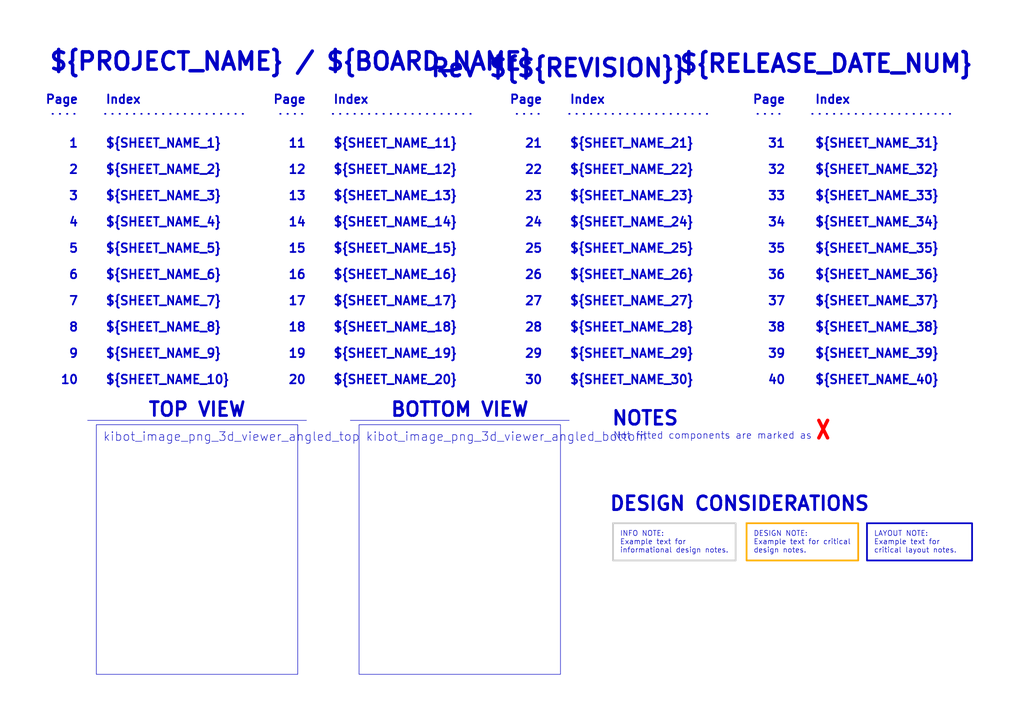
<source format=kicad_sch>
(kicad_sch
	(version 20250114)
	(generator "eeschema")
	(generator_version "9.0")
	(uuid "92eae144-0071-464d-be6a-9eaeb5f8d098")
	(paper "A4")
	(title_block
		(title "Detector")
		(date "2024-12-03")
		(rev "${REVISION}")
		(company "${COMPANY}")
	)
	(lib_symbols)
	(text "36"
		(exclude_from_sim no)
		(at 227.965 81.28 0)
		(effects
			(font
				(size 2.5 2.5)
				(thickness 0.5)
				(bold yes)
			)
			(justify right bottom)
			(href "#36")
		)
		(uuid "05b98188-f937-4815-b67a-07dd8a47c69c")
	)
	(text "22"
		(exclude_from_sim no)
		(at 157.48 50.8 0)
		(effects
			(font
				(size 2.5 2.5)
				(thickness 0.5)
				(bold yes)
			)
			(justify right bottom)
			(href "#22")
		)
		(uuid "0926137a-b870-4b90-95df-c171331e94c4")
	)
	(text "${SHEET_NAME_26}"
		(exclude_from_sim no)
		(at 165.1 81.28 0)
		(effects
			(font
				(size 2.5 2.5)
				(thickness 0.5)
				(bold yes)
			)
			(justify left bottom)
			(href "#26")
		)
		(uuid "0a0b6c0b-2c0e-43d9-ac65-031d96599072")
	)
	(text "${SHEET_NAME_6}"
		(exclude_from_sim no)
		(at 30.48 81.28 0)
		(effects
			(font
				(size 2.5 2.5)
				(thickness 0.5)
				(bold yes)
			)
			(justify left bottom)
			(href "#6")
		)
		(uuid "0a5d7078-594b-4f11-b451-398d2db46765")
	)
	(text "9"
		(exclude_from_sim no)
		(at 22.86 104.14 0)
		(effects
			(font
				(size 2.5 2.5)
				(thickness 0.5)
				(bold yes)
			)
			(justify right bottom)
			(href "#9")
		)
		(uuid "0d31bf66-283d-49de-a89d-06a8ae467b7e")
	)
	(text "1"
		(exclude_from_sim no)
		(at 22.86 43.18 0)
		(effects
			(font
				(size 2.5 2.5)
				(thickness 0.5)
				(bold yes)
			)
			(justify right bottom)
			(href "#1")
		)
		(uuid "0e3b5994-006e-4286-b18b-2cbdb628e3a4")
	)
	(text "12"
		(exclude_from_sim no)
		(at 88.9 50.8 0)
		(effects
			(font
				(size 2.5 2.5)
				(thickness 0.5)
				(bold yes)
			)
			(justify right bottom)
			(href "#12")
		)
		(uuid "0e585098-86bc-4beb-ad75-43ad5df39311")
	)
	(text "${SHEET_NAME_22}"
		(exclude_from_sim no)
		(at 165.1 50.8 0)
		(effects
			(font
				(size 2.5 2.5)
				(thickness 0.5)
				(bold yes)
			)
			(justify left bottom)
			(href "#22")
		)
		(uuid "0e88c3e7-fb44-4025-8dd3-02d10b19d0ba")
	)
	(text "Page"
		(exclude_from_sim no)
		(at 88.9 30.48 0)
		(effects
			(font
				(size 2.5 2.5)
				(bold yes)
			)
			(justify right bottom)
		)
		(uuid "1077e21f-467c-4f1d-b30f-d99abb718274")
	)
	(text "Index"
		(exclude_from_sim no)
		(at 30.48 30.48 0)
		(effects
			(font
				(size 2.5 2.5)
				(bold yes)
			)
			(justify left bottom)
		)
		(uuid "10da5a79-94c3-4028-802c-e08fd1edcc1e")
	)
	(text "${SHEET_NAME_30}"
		(exclude_from_sim no)
		(at 165.1 111.76 0)
		(effects
			(font
				(size 2.5 2.5)
				(thickness 0.5)
				(bold yes)
			)
			(justify left bottom)
			(href "#30")
		)
		(uuid "15c5b8d3-1013-4fe5-9c00-d4c582f23ed1")
	)
	(text "TOP VIEW"
		(exclude_from_sim no)
		(at 57.15 121.285 0)
		(effects
			(font
				(size 4 4)
				(bold yes)
			)
			(justify bottom)
		)
		(uuid "189d824c-40c3-43b4-bf06-14b4ec41569d")
	)
	(text "${SHEET_NAME_8}"
		(exclude_from_sim no)
		(at 30.48 96.52 0)
		(effects
			(font
				(size 2.5 2.5)
				(thickness 0.5)
				(bold yes)
			)
			(justify left bottom)
			(href "#8")
		)
		(uuid "1e076fe5-7997-4119-9ea6-7d26baee8d3b")
	)
	(text "Page"
		(exclude_from_sim no)
		(at 157.48 30.48 0)
		(effects
			(font
				(size 2.5 2.5)
				(bold yes)
			)
			(justify right bottom)
		)
		(uuid "266d52b4-48fc-4272-a116-7bb126014b57")
	)
	(text "Page"
		(exclude_from_sim no)
		(at 227.965 30.48 0)
		(effects
			(font
				(size 2.5 2.5)
				(bold yes)
			)
			(justify right bottom)
		)
		(uuid "28d059d5-8e06-4dfb-97b9-e6007fd46dd1")
	)
	(text "5"
		(exclude_from_sim no)
		(at 22.86 73.66 0)
		(effects
			(font
				(size 2.5 2.5)
				(thickness 0.5)
				(bold yes)
			)
			(justify right bottom)
			(href "#5")
		)
		(uuid "2f112698-1fc8-49db-8e13-a12a3c538303")
	)
	(text "13"
		(exclude_from_sim no)
		(at 88.9 58.42 0)
		(effects
			(font
				(size 2.5 2.5)
				(thickness 0.5)
				(bold yes)
			)
			(justify right bottom)
			(href "#13")
		)
		(uuid "306cc478-cdeb-4337-9086-c4105876eee4")
	)
	(text "${SHEET_NAME_1}"
		(exclude_from_sim no)
		(at 30.48 43.18 0)
		(effects
			(font
				(size 2.5 2.5)
				(thickness 0.5)
				(bold yes)
			)
			(justify left bottom)
			(href "#1")
		)
		(uuid "364328a6-c88d-4a47-9ac7-4bfe4dcceb69")
	)
	(text "${SHEET_NAME_17}"
		(exclude_from_sim no)
		(at 96.52 88.9 0)
		(effects
			(font
				(size 2.5 2.5)
				(thickness 0.5)
				(bold yes)
			)
			(justify left bottom)
			(href "#17")
		)
		(uuid "36e4e1ab-4452-4f47-96b0-a1c56049dec5")
	)
	(text "${SHEET_NAME_19}"
		(exclude_from_sim no)
		(at 96.52 104.14 0)
		(effects
			(font
				(size 2.5 2.5)
				(thickness 0.5)
				(bold yes)
			)
			(justify left bottom)
			(href "#19")
		)
		(uuid "3c3b5892-8a61-43ac-80b0-8ee619e83a00")
	)
	(text "DESIGN CONSIDERATIONS"
		(exclude_from_sim no)
		(at 176.53 148.59 0)
		(effects
			(font
				(size 4 4)
				(bold yes)
			)
			(justify left bottom)
		)
		(uuid "3fc6bbb6-2cb2-42f0-a131-ba13e5366470")
	)
	(text "21"
		(exclude_from_sim no)
		(at 157.48 43.18 0)
		(effects
			(font
				(size 2.5 2.5)
				(thickness 0.5)
				(bold yes)
			)
			(justify right bottom)
			(href "#21")
		)
		(uuid "40687adb-f978-4499-ae88-22fb0d6c2716")
	)
	(text "${SHEET_NAME_31}"
		(exclude_from_sim no)
		(at 236.22 43.18 0)
		(effects
			(font
				(size 2.5 2.5)
				(thickness 0.5)
				(bold yes)
			)
			(justify left bottom)
			(href "#31")
		)
		(uuid "41d67ff2-343f-490d-8145-d64a3e4e03ff")
	)
	(text "${SHEET_NAME_2}"
		(exclude_from_sim no)
		(at 30.48 50.8 0)
		(effects
			(font
				(size 2.5 2.5)
				(thickness 0.5)
				(bold yes)
			)
			(justify left bottom)
			(href "#2")
		)
		(uuid "42f741cc-b4a6-447f-af48-2c9fb6d51e0f")
	)
	(text "BOTTOM VIEW"
		(exclude_from_sim no)
		(at 133.35 121.285 0)
		(effects
			(font
				(size 4 4)
				(bold yes)
			)
			(justify bottom)
		)
		(uuid "4430c3ea-2bc9-4b05-a5a5-06fe4fa15726")
	)
	(text "${SHEET_NAME_35}"
		(exclude_from_sim no)
		(at 236.22 73.66 0)
		(effects
			(font
				(size 2.5 2.5)
				(thickness 0.5)
				(bold yes)
			)
			(justify left bottom)
			(href "#35")
		)
		(uuid "44f2a59d-310a-4514-ae2c-155a23063849")
	)
	(text "32"
		(exclude_from_sim no)
		(at 227.965 50.8 0)
		(effects
			(font
				(size 2.5 2.5)
				(thickness 0.5)
				(bold yes)
			)
			(justify right bottom)
			(href "#32")
		)
		(uuid "45301ca1-dc85-46b9-88a7-7f7558ace5c4")
	)
	(text "Rev ${REVISION}"
		(exclude_from_sim no)
		(at 199.39 22.86 0)
		(effects
			(font
				(size 5 5)
				(thickness 1)
				(bold yes)
			)
			(justify right bottom)
		)
		(uuid "4bbef925-971e-4892-9af7-1cb2b6719df6")
	)
	(text "${SHEET_NAME_21}"
		(exclude_from_sim no)
		(at 165.1 43.18 0)
		(effects
			(font
				(size 2.5 2.5)
				(thickness 0.5)
				(bold yes)
			)
			(justify left bottom)
			(href "#21")
		)
		(uuid "4d53bcbd-a87d-4bef-9d9a-37167583ef4f")
	)
	(text "18"
		(exclude_from_sim no)
		(at 88.9 96.52 0)
		(effects
			(font
				(size 2.5 2.5)
				(thickness 0.5)
				(bold yes)
			)
			(justify right bottom)
			(href "#18")
		)
		(uuid "4e781123-1f8c-4c15-a192-c21b5fc5f56a")
	)
	(text "${PROJECT_NAME} / ${BOARD_NAME}"
		(exclude_from_sim no)
		(at 13.97 20.955 0)
		(effects
			(font
				(size 5 5)
				(thickness 1)
				(bold yes)
			)
			(justify left bottom)
		)
		(uuid "50264a03-848a-4e10-8661-9cf6ec25ca4e")
	)
	(text "${SHEET_NAME_9}"
		(exclude_from_sim no)
		(at 30.48 104.14 0)
		(effects
			(font
				(size 2.5 2.5)
				(thickness 0.5)
				(bold yes)
			)
			(justify left bottom)
			(href "#9")
		)
		(uuid "50df37a1-40a6-4a26-bbbe-b16996aa6c92")
	)
	(text "${SHEET_NAME_39}"
		(exclude_from_sim no)
		(at 236.22 104.14 0)
		(effects
			(font
				(size 2.5 2.5)
				(thickness 0.5)
				(bold yes)
			)
			(justify left bottom)
			(href "#39")
		)
		(uuid "587f23e4-9b07-4079-8f88-7186cd64b00f")
	)
	(text "26"
		(exclude_from_sim no)
		(at 157.48 81.28 0)
		(effects
			(font
				(size 2.5 2.5)
				(thickness 0.5)
				(bold yes)
			)
			(justify right bottom)
			(href "#26")
		)
		(uuid "5aebec93-c520-44f9-a2a1-4843a8cfd3f5")
	)
	(text "27"
		(exclude_from_sim no)
		(at 157.48 88.9 0)
		(effects
			(font
				(size 2.5 2.5)
				(thickness 0.5)
				(bold yes)
			)
			(justify right bottom)
			(href "#27")
		)
		(uuid "5cc46494-3c0f-40b2-bbff-c8bb123a5627")
	)
	(text "${SHEET_NAME_10}"
		(exclude_from_sim no)
		(at 30.48 111.76 0)
		(effects
			(font
				(size 2.5 2.5)
				(thickness 0.5)
				(bold yes)
			)
			(justify left bottom)
			(href "#10")
		)
		(uuid "5cfa314b-921e-4951-a2df-ab0eeaea0959")
	)
	(text "${SHEET_NAME_4}"
		(exclude_from_sim no)
		(at 30.48 66.04 0)
		(effects
			(font
				(size 2.5 2.5)
				(thickness 0.5)
				(bold yes)
			)
			(justify left bottom)
			(href "#4")
		)
		(uuid "5fcc92ee-8120-4c43-aaa0-d775edfbe488")
	)
	(text "${SHEET_NAME_12}"
		(exclude_from_sim no)
		(at 96.52 50.8 0)
		(effects
			(font
				(size 2.5 2.5)
				(thickness 0.5)
				(bold yes)
			)
			(justify left bottom)
			(href "#12")
		)
		(uuid "62be5670-17ab-494b-809c-14b01f10a66d")
	)
	(text "3"
		(exclude_from_sim no)
		(at 22.86 58.42 0)
		(effects
			(font
				(size 2.5 2.5)
				(thickness 0.5)
				(bold yes)
			)
			(justify right bottom)
			(href "#3")
		)
		(uuid "63615adc-7a72-4b73-894f-5372dc7156ea")
	)
	(text "${SHEET_NAME_3}"
		(exclude_from_sim no)
		(at 30.48 58.42 0)
		(effects
			(font
				(size 2.5 2.5)
				(thickness 0.5)
				(bold yes)
			)
			(justify left bottom)
			(href "#3")
		)
		(uuid "64a984fa-316b-42e6-aecd-fd63f95968da")
	)
	(text "30"
		(exclude_from_sim no)
		(at 157.48 111.76 0)
		(effects
			(font
				(size 2.5 2.5)
				(thickness 0.5)
				(bold yes)
			)
			(justify right bottom)
			(href "#30")
		)
		(uuid "64c84e58-380e-48d8-814a-65918c81fe19")
	)
	(text "7"
		(exclude_from_sim no)
		(at 22.86 88.9 0)
		(effects
			(font
				(size 2.5 2.5)
				(thickness 0.5)
				(bold yes)
			)
			(justify right bottom)
			(href "#7")
		)
		(uuid "66182fbd-9916-419a-ae24-15582e63d225")
	)
	(text "${SHEET_NAME_15}"
		(exclude_from_sim no)
		(at 96.52 73.66 0)
		(effects
			(font
				(size 2.5 2.5)
				(thickness 0.5)
				(bold yes)
			)
			(justify left bottom)
			(href "#15")
		)
		(uuid "6b2eef5c-e95e-4ff3-88f7-7a6880b35cc6")
	)
	(text "Index"
		(exclude_from_sim no)
		(at 165.1 30.48 0)
		(effects
			(font
				(size 2.5 2.5)
				(bold yes)
			)
			(justify left bottom)
		)
		(uuid "6f15e314-a06d-45cc-8e7a-a9c476fb6272")
	)
	(text "${SHEET_NAME_32}"
		(exclude_from_sim no)
		(at 236.22 50.8 0)
		(effects
			(font
				(size 2.5 2.5)
				(thickness 0.5)
				(bold yes)
			)
			(justify left bottom)
			(href "#32")
		)
		(uuid "6f4bac5d-1d9d-43a4-a9c5-0c57069c0374")
	)
	(text "Not fitted components are marked as"
		(exclude_from_sim no)
		(at 177.8 127.635 0)
		(effects
			(font
				(size 2 2)
			)
			(justify left bottom)
		)
		(uuid "76f0c7e6-4856-4c51-93e7-f54f3b7b6a82")
	)
	(text "35"
		(exclude_from_sim no)
		(at 227.965 73.66 0)
		(effects
			(font
				(size 2.5 2.5)
				(thickness 0.5)
				(bold yes)
			)
			(justify right bottom)
			(href "#35")
		)
		(uuid "78bb3864-b6ff-4705-9448-84ff49b9a9e8")
	)
	(text "${SHEET_NAME_40}"
		(exclude_from_sim no)
		(at 236.22 111.76 0)
		(effects
			(font
				(size 2.5 2.5)
				(thickness 0.5)
				(bold yes)
			)
			(justify left bottom)
			(href "#40")
		)
		(uuid "7a3c6bcd-8c21-4d9e-b4aa-df42ba5cc822")
	)
	(text "${SHEET_NAME_34}"
		(exclude_from_sim no)
		(at 236.22 66.04 0)
		(effects
			(font
				(size 2.5 2.5)
				(thickness 0.5)
				(bold yes)
			)
			(justify left bottom)
			(href "#34")
		)
		(uuid "7c3f2492-66aa-469b-865c-59ecccc958fb")
	)
	(text "14"
		(exclude_from_sim no)
		(at 88.9 66.04 0)
		(effects
			(font
				(size 2.5 2.5)
				(thickness 0.5)
				(bold yes)
			)
			(justify right bottom)
			(href "#14")
		)
		(uuid "82e93383-f273-449a-9b88-c1ad92bd85a2")
	)
	(text "37"
		(exclude_from_sim no)
		(at 227.965 88.9 0)
		(effects
			(font
				(size 2.5 2.5)
				(thickness 0.5)
				(bold yes)
			)
			(justify right bottom)
			(href "#37")
		)
		(uuid "83bec156-557e-4b9c-961e-c028f7bb9157")
	)
	(text "${SHEET_NAME_25}"
		(exclude_from_sim no)
		(at 165.1 73.66 0)
		(effects
			(font
				(size 2.5 2.5)
				(thickness 0.5)
				(bold yes)
			)
			(justify left bottom)
			(href "#25")
		)
		(uuid "83e97dc8-30ff-4775-a735-e1d24d767098")
	)
	(text "11"
		(exclude_from_sim no)
		(at 88.9 43.18 0)
		(effects
			(font
				(size 2.5 2.5)
				(thickness 0.5)
				(bold yes)
			)
			(justify right bottom)
			(href "#11")
		)
		(uuid "85982186-1abf-4eee-b2f8-0ca6765554e9")
	)
	(text "40"
		(exclude_from_sim no)
		(at 227.965 111.76 0)
		(effects
			(font
				(size 2.5 2.5)
				(thickness 0.5)
				(bold yes)
			)
			(justify right bottom)
			(href "#40")
		)
		(uuid "8682b5dc-5bb2-46c9-b1fd-c995d8c17c99")
	)
	(text "20"
		(exclude_from_sim no)
		(at 88.9 111.76 0)
		(effects
			(font
				(size 2.5 2.5)
				(thickness 0.5)
				(bold yes)
			)
			(justify right bottom)
			(href "#20")
		)
		(uuid "889790a8-da04-4149-b124-d352d3688e7b")
	)
	(text "${SHEET_NAME_5}"
		(exclude_from_sim no)
		(at 30.48 73.66 0)
		(effects
			(font
				(size 2.5 2.5)
				(thickness 0.5)
				(bold yes)
			)
			(justify left bottom)
			(href "#5")
		)
		(uuid "8a740592-5f81-435c-a0fa-f48d1a0e260e")
	)
	(text "28"
		(exclude_from_sim no)
		(at 157.48 96.52 0)
		(effects
			(font
				(size 2.5 2.5)
				(thickness 0.5)
				(bold yes)
			)
			(justify right bottom)
			(href "#28")
		)
		(uuid "8aebad53-b924-48fc-8c21-838cdcc7faad")
	)
	(text "${SHEET_NAME_18}"
		(exclude_from_sim no)
		(at 96.52 96.52 0)
		(effects
			(font
				(size 2.5 2.5)
				(thickness 0.5)
				(bold yes)
			)
			(justify left bottom)
			(href "#18")
		)
		(uuid "8d01fcde-553f-4013-9fb8-fe3e4cea49ae")
	)
	(text "8"
		(exclude_from_sim no)
		(at 22.86 96.52 0)
		(effects
			(font
				(size 2.5 2.5)
				(thickness 0.5)
				(bold yes)
			)
			(justify right bottom)
			(href "#8")
		)
		(uuid "9389ea94-fe6a-4745-b9e4-fc8e6f4b235c")
	)
	(text "10"
		(exclude_from_sim no)
		(at 22.86 111.76 0)
		(effects
			(font
				(size 2.5 2.5)
				(thickness 0.5)
				(bold yes)
			)
			(justify right bottom)
			(href "#10")
		)
		(uuid "98f25861-4ff9-4cd9-9a82-6a363f5798a5")
	)
	(text "${SHEET_NAME_33}"
		(exclude_from_sim no)
		(at 236.22 58.42 0)
		(effects
			(font
				(size 2.5 2.5)
				(thickness 0.5)
				(bold yes)
			)
			(justify left bottom)
			(href "#33")
		)
		(uuid "a0dd0f1c-d98e-4718-b355-294e713442e9")
	)
	(text "${SHEET_NAME_14}"
		(exclude_from_sim no)
		(at 96.52 66.04 0)
		(effects
			(font
				(size 2.5 2.5)
				(thickness 0.5)
				(bold yes)
			)
			(justify left bottom)
			(href "#14")
		)
		(uuid "a1b15086-0cc6-4e0a-89ef-7e460c40b992")
	)
	(text "25"
		(exclude_from_sim no)
		(at 157.48 73.66 0)
		(effects
			(font
				(size 2.5 2.5)
				(thickness 0.5)
				(bold yes)
			)
			(justify right bottom)
			(href "#25")
		)
		(uuid "a20a6b7a-b385-4604-9773-cfe9f2a2dcb0")
	)
	(text "${SHEET_NAME_28}"
		(exclude_from_sim no)
		(at 165.1 96.52 0)
		(effects
			(font
				(size 2.5 2.5)
				(thickness 0.5)
				(bold yes)
			)
			(justify left bottom)
			(href "#28")
		)
		(uuid "a65b53d7-0fb9-4d80-8274-299202589e75")
	)
	(text "${SHEET_NAME_20}"
		(exclude_from_sim no)
		(at 96.52 111.76 0)
		(effects
			(font
				(size 2.5 2.5)
				(thickness 0.5)
				(bold yes)
			)
			(justify left bottom)
			(href "#20")
		)
		(uuid "ae523484-3100-4779-a8fc-dd207231ba40")
	)
	(text "${SHEET_NAME_16}"
		(exclude_from_sim no)
		(at 96.52 81.28 0)
		(effects
			(font
				(size 2.5 2.5)
				(thickness 0.5)
				(bold yes)
			)
			(justify left bottom)
			(href "#16")
		)
		(uuid "b28042a7-03ff-42c7-ad93-8f89243e5ca2")
	)
	(text "${SHEET_NAME_24}"
		(exclude_from_sim no)
		(at 165.1 66.04 0)
		(effects
			(font
				(size 2.5 2.5)
				(thickness 0.5)
				(bold yes)
			)
			(justify left bottom)
			(href "#24")
		)
		(uuid "b41ba693-adce-42c1-a276-a59a40b04ca1")
	)
	(text "Page"
		(exclude_from_sim no)
		(at 22.86 30.48 0)
		(effects
			(font
				(size 2.5 2.5)
				(bold yes)
			)
			(justify right bottom)
		)
		(uuid "bbe66297-bd6b-450b-9e76-46361c5237af")
	)
	(text "NOTES"
		(exclude_from_sim no)
		(at 177.165 123.825 0)
		(effects
			(font
				(size 4 4)
				(bold yes)
			)
			(justify left bottom)
		)
		(uuid "be62f2eb-5df6-4232-a2e5-25abf2130877")
	)
	(text "6"
		(exclude_from_sim no)
		(at 22.86 81.28 0)
		(effects
			(font
				(size 2.5 2.5)
				(thickness 0.5)
				(bold yes)
			)
			(justify right bottom)
			(href "#6")
		)
		(uuid "be8403ae-2a3b-4258-91c1-edac90ab5319")
	)
	(text "${SHEET_NAME_11}"
		(exclude_from_sim no)
		(at 96.52 43.18 0)
		(effects
			(font
				(size 2.5 2.5)
				(thickness 0.5)
				(bold yes)
			)
			(justify left bottom)
			(href "#11")
		)
		(uuid "c5a8ce40-5e4a-4900-8b53-9ad3009086b5")
	)
	(text "15"
		(exclude_from_sim no)
		(at 88.9 73.66 0)
		(effects
			(font
				(size 2.5 2.5)
				(thickness 0.5)
				(bold yes)
			)
			(justify right bottom)
			(href "#15")
		)
		(uuid "c77abbcf-404e-41b2-b417-92602e825559")
	)
	(text "${SHEET_NAME_29}"
		(exclude_from_sim no)
		(at 165.1 104.14 0)
		(effects
			(font
				(size 2.5 2.5)
				(thickness 0.5)
				(bold yes)
			)
			(justify left bottom)
			(href "#29")
		)
		(uuid "ceb6a837-2661-419b-9c6f-a2b25419360b")
	)
	(text "23"
		(exclude_from_sim no)
		(at 157.48 58.42 0)
		(effects
			(font
				(size 2.5 2.5)
				(thickness 0.5)
				(bold yes)
			)
			(justify right bottom)
			(href "#23")
		)
		(uuid "cf2abbd8-7224-4d5a-abe0-5321bd209e55")
	)
	(text "${SHEET_NAME_13}"
		(exclude_from_sim no)
		(at 96.52 58.42 0)
		(effects
			(font
				(size 2.5 2.5)
				(thickness 0.5)
				(bold yes)
			)
			(justify left bottom)
			(href "#13")
		)
		(uuid "cf37952b-0e5c-4f81-960d-d2eff227683b")
	)
	(text "39"
		(exclude_from_sim no)
		(at 227.965 104.14 0)
		(effects
			(font
				(size 2.5 2.5)
				(thickness 0.5)
				(bold yes)
			)
			(justify right bottom)
			(href "#39")
		)
		(uuid "d00d46dd-7c95-47f9-9dd3-c45f27c1fcaf")
	)
	(text "38"
		(exclude_from_sim no)
		(at 227.965 96.52 0)
		(effects
			(font
				(size 2.5 2.5)
				(thickness 0.5)
				(bold yes)
			)
			(justify right bottom)
			(href "#38")
		)
		(uuid "d2a584ee-ae77-4a5f-8d6f-3323b92393e9")
	)
	(text "4"
		(exclude_from_sim no)
		(at 22.86 66.04 0)
		(effects
			(font
				(size 2.5 2.5)
				(thickness 0.5)
				(bold yes)
			)
			(justify right bottom)
			(href "#4")
		)
		(uuid "d3f8de65-a69a-4526-babc-3bdb19c561da")
	)
	(text "${RELEASE_DATE_NUM}"
		(exclude_from_sim no)
		(at 282.575 21.59 0)
		(effects
			(font
				(size 5 5)
				(thickness 1)
				(bold yes)
			)
			(justify right bottom)
		)
		(uuid "d940af5e-e305-436e-b673-5831efde48d3")
	)
	(text "17"
		(exclude_from_sim no)
		(at 88.9 88.9 0)
		(effects
			(font
				(size 2.5 2.5)
				(thickness 0.5)
				(bold yes)
			)
			(justify right bottom)
			(href "#17")
		)
		(uuid "dd11316f-99fa-4b14-aaa8-c6a9eacf7a9f")
	)
	(text "Index"
		(exclude_from_sim no)
		(at 236.22 30.48 0)
		(effects
			(font
				(size 2.5 2.5)
				(bold yes)
			)
			(justify left bottom)
		)
		(uuid "dd4efeaf-1675-4d26-8c53-b14722d7de30")
	)
	(text "29"
		(exclude_from_sim no)
		(at 157.48 104.14 0)
		(effects
			(font
				(size 2.5 2.5)
				(thickness 0.5)
				(bold yes)
			)
			(justify right bottom)
			(href "#29")
		)
		(uuid "dd8b9073-734a-4b3d-918e-8a46826743f8")
	)
	(text "19"
		(exclude_from_sim no)
		(at 88.9 104.14 0)
		(effects
			(font
				(size 2.5 2.5)
				(thickness 0.5)
				(bold yes)
			)
			(justify right bottom)
			(href "#19")
		)
		(uuid "de75eda5-40f5-496e-b21c-1beb1d11dfac")
	)
	(text "16"
		(exclude_from_sim no)
		(at 88.9 81.28 0)
		(effects
			(font
				(size 2.5 2.5)
				(thickness 0.5)
				(bold yes)
			)
			(justify right bottom)
			(href "#16")
		)
		(uuid "e0caac59-4255-4386-8c22-b774d12661ce")
	)
	(text "2"
		(exclude_from_sim no)
		(at 22.86 50.8 0)
		(effects
			(font
				(size 2.5 2.5)
				(thickness 0.5)
				(bold yes)
			)
			(justify right bottom)
			(href "#2")
		)
		(uuid "e48133fc-5cf0-4c9b-8cde-5f792a0b75ef")
	)
	(text "${SHEET_NAME_27}"
		(exclude_from_sim no)
		(at 165.1 88.9 0)
		(effects
			(font
				(size 2.5 2.5)
				(thickness 0.5)
				(bold yes)
			)
			(justify left bottom)
			(href "#27")
		)
		(uuid "e5178b21-408a-4829-93b0-167bbfa161b4")
	)
	(text "${SHEET_NAME_36}"
		(exclude_from_sim no)
		(at 236.22 81.28 0)
		(effects
			(font
				(size 2.5 2.5)
				(thickness 0.5)
				(bold yes)
			)
			(justify left bottom)
			(href "#36")
		)
		(uuid "e5bb8b30-6e8a-4985-b713-782e4163e5b4")
	)
	(text "${SHEET_NAME_7}"
		(exclude_from_sim no)
		(at 30.48 88.9 0)
		(effects
			(font
				(size 2.5 2.5)
				(thickness 0.5)
				(bold yes)
			)
			(justify left bottom)
			(href "#7")
		)
		(uuid "e6b9cddf-8c39-46d9-86b9-f153aaa7c053")
	)
	(text "34"
		(exclude_from_sim no)
		(at 227.965 66.04 0)
		(effects
			(font
				(size 2.5 2.5)
				(thickness 0.5)
				(bold yes)
			)
			(justify right bottom)
			(href "#34")
		)
		(uuid "e8eb2a9e-9e4e-4f17-91cd-63d2fc4a2951")
	)
	(text "${SHEET_NAME_38}"
		(exclude_from_sim no)
		(at 236.22 96.52 0)
		(effects
			(font
				(size 2.5 2.5)
				(thickness 0.5)
				(bold yes)
			)
			(justify left bottom)
			(href "#38")
		)
		(uuid "ea36ff76-e4eb-4d29-9c9b-c43bb631a557")
	)
	(text "24"
		(exclude_from_sim no)
		(at 157.48 66.04 0)
		(effects
			(font
				(size 2.5 2.5)
				(thickness 0.5)
				(bold yes)
			)
			(justify right bottom)
			(href "#24")
		)
		(uuid "ec02769d-83b4-4c28-8427-779d36b67682")
	)
	(text "31"
		(exclude_from_sim no)
		(at 227.965 43.18 0)
		(effects
			(font
				(size 2.5 2.5)
				(thickness 0.5)
				(bold yes)
			)
			(justify right bottom)
			(href "#31")
		)
		(uuid "ee25a7f6-92c3-4c4a-8950-ca480a4e219a")
	)
	(text "${SHEET_NAME_37}"
		(exclude_from_sim no)
		(at 236.22 88.9 0)
		(effects
			(font
				(size 2.5 2.5)
				(thickness 0.5)
				(bold yes)
			)
			(justify left bottom)
			(href "#37")
		)
		(uuid "efe86cb6-7dd1-4b88-86fe-21923545ebb7")
	)
	(text "Index"
		(exclude_from_sim no)
		(at 96.52 30.48 0)
		(effects
			(font
				(size 2.5 2.5)
				(bold yes)
			)
			(justify left bottom)
		)
		(uuid "f3691c05-1229-424d-a80d-7c20bba163f1")
	)
	(text "${SHEET_NAME_23}"
		(exclude_from_sim no)
		(at 165.1 58.42 0)
		(effects
			(font
				(size 2.5 2.5)
				(thickness 0.5)
				(bold yes)
			)
			(justify left bottom)
			(href "#23")
		)
		(uuid "f96b72ad-c327-4f29-8494-33db5acaa0af")
	)
	(text "33"
		(exclude_from_sim no)
		(at 227.965 58.42 0)
		(effects
			(font
				(size 2.5 2.5)
				(thickness 0.5)
				(bold yes)
			)
			(justify right bottom)
			(href "#33")
		)
		(uuid "fcd80016-55ff-4f52-b609-55b65f04068c")
	)
	(text_box "DESIGN NOTE:\nExample text for critical design notes."
		(exclude_from_sim no)
		(at 216.535 151.765 0)
		(size 32.385 10.795)
		(margins 2 2 2 2)
		(stroke
			(width 0.5)
			(type solid)
			(color 255 165 0 1)
		)
		(fill
			(type none)
		)
		(effects
			(font
				(size 1.5 1.5)
			)
			(justify left top)
		)
		(uuid "85b46d8b-b8c7-49a4-b316-ad300ddae83e")
	)
	(text_box "INFO NOTE:\nExample text for informational design notes."
		(exclude_from_sim no)
		(at 177.8 151.765 0)
		(size 35.56 10.795)
		(margins 2 2 2 2)
		(stroke
			(width 0.5)
			(type solid)
			(color 200 200 200 1)
		)
		(fill
			(type none)
		)
		(effects
			(font
				(size 1.5 1.5)
			)
			(justify left top)
		)
		(uuid "9e8d9172-8567-4b55-8857-658e4979fc39")
	)
	(text_box "kibot_image_png_3d_viewer_angled_top"
		(exclude_from_sim no)
		(at 27.94 123.19 0)
		(size 58.42 72.39)
		(margins 1.905 1.905 1.905 1.905)
		(stroke
			(width 0)
			(type default)
		)
		(fill
			(type none)
		)
		(effects
			(font
				(size 2.54 2.54)
			)
			(justify left top)
		)
		(uuid "b8d8c93d-975d-4797-bca4-185bdec9a147")
	)
	(text_box "kibot_image_png_3d_viewer_angled_bottom"
		(exclude_from_sim no)
		(at 104.14 123.19 0)
		(size 58.42 72.39)
		(margins 1.905 1.905 1.905 1.905)
		(stroke
			(width 0)
			(type default)
		)
		(fill
			(type none)
		)
		(effects
			(font
				(size 2.54 2.54)
			)
			(justify left top)
		)
		(uuid "d0501101-af48-4ae0-9fd8-5f0cec790dbb")
	)
	(text_box "LAYOUT NOTE:\nExample text for critical layout notes."
		(exclude_from_sim no)
		(at 251.46 151.765 0)
		(size 30.48 10.795)
		(margins 2 2 2 2)
		(stroke
			(width 0.5)
			(type solid)
			(color 0 0 194 1)
		)
		(fill
			(type none)
		)
		(effects
			(font
				(size 1.5 1.5)
			)
			(justify left top)
		)
		(uuid "ee804138-0959-4587-8543-5f567fc4f912")
	)
	(polyline
		(pts
			(xy 81.28 33.02) (xy 88.9 33.02)
		)
		(stroke
			(width 0.5)
			(type dot)
		)
		(uuid "34a66b85-1318-491b-a575-2b0626733085")
	)
	(polyline
		(pts
			(xy 149.86 33.02) (xy 157.48 33.02)
		)
		(stroke
			(width 0.5)
			(type dot)
		)
		(uuid "5722b19c-9776-47ae-bc31-042c2cdab9c2")
	)
	(polyline
		(pts
			(xy 25.4 121.92) (xy 88.9 121.92)
		)
		(stroke
			(width 0)
			(type default)
		)
		(uuid "7e3292be-ea5a-4a09-a91e-b2955e7169a7")
	)
	(polyline
		(pts
			(xy 165.1 33.02) (xy 205.74 33.02)
		)
		(stroke
			(width 0.5)
			(type dot)
		)
		(uuid "9b5e42c1-4f04-407e-badd-e121d2b8e2f2")
	)
	(polyline
		(pts
			(xy 96.52 33.02) (xy 137.16 33.02)
		)
		(stroke
			(width 0.5)
			(type dot)
		)
		(uuid "afc5fb2c-f1f1-4d46-bb3b-00bf09ba1c5b")
	)
	(polyline
		(pts
			(xy 237.49 121.92) (xy 240.03 127)
		)
		(stroke
			(width 1)
			(type default)
			(color 255 0 0 1)
		)
		(uuid "b38d8d01-8119-40f6-8f0a-832a7b63315d")
	)
	(polyline
		(pts
			(xy 30.48 33.02) (xy 71.12 33.02)
		)
		(stroke
			(width 0.5)
			(type dot)
		)
		(uuid "b42a0de2-56b1-4aa4-886f-3bef8a688ccf")
	)
	(polyline
		(pts
			(xy 219.71 33.02) (xy 227.33 33.02)
		)
		(stroke
			(width 0.5)
			(type dot)
		)
		(uuid "c9ee6885-92df-42f8-ab6d-cbb6e91b0e18")
	)
	(polyline
		(pts
			(xy 235.585 33.02) (xy 276.225 33.02)
		)
		(stroke
			(width 0.5)
			(type dot)
		)
		(uuid "d7b68dd3-b2b9-4662-ab69-e27b460ce187")
	)
	(polyline
		(pts
			(xy 15.24 33.02) (xy 22.86 33.02)
		)
		(stroke
			(width 0.5)
			(type dot)
		)
		(uuid "da8d1c04-7e66-44d2-9edd-38c3e138f512")
	)
	(polyline
		(pts
			(xy 240.03 121.92) (xy 237.49 127)
		)
		(stroke
			(width 1)
			(type default)
			(color 255 0 0 1)
		)
		(uuid "dbb2b658-2165-4148-9f8a-9127a4d103dd")
	)
	(polyline
		(pts
			(xy 101.6 121.92) (xy 165.1 121.92)
		)
		(stroke
			(width 0)
			(type default)
		)
		(uuid "e9892a9d-d577-4e15-a81b-5d59df170ccb")
	)
	(sheet
		(at 252.73 217.17)
		(size 35.56 5.08)
		(exclude_from_sim no)
		(in_bom yes)
		(on_board yes)
		(dnp no)
		(stroke
			(width 0)
			(type solid)
		)
		(fill
			(color 0 0 0 0.0000)
		)
		(uuid "069cabc7-f427-4299-bed8-116abbb96e7f")
		(property "Sheetname" "Revision History"
			(at 252.73 215.9 0)
			(effects
				(font
					(size 2 2)
					(bold yes)
				)
				(justify left bottom)
			)
		)
		(property "Sheetfile" "revision_history.kicad_sch"
			(at 253.365 218.44 0)
			(effects
				(font
					(face "Arial")
					(size 1.27 1.27)
				)
				(justify left top)
			)
		)
		(instances
			(project "pump_board"
				(path "/92eae144-0071-464d-be6a-9eaeb5f8d098"
					(page "2")
				)
			)
		)
	)
	(sheet
		(at 210.82 217.17)
		(size 38.1 5.08)
		(exclude_from_sim no)
		(in_bom yes)
		(on_board yes)
		(dnp no)
		(stroke
			(width 0.1524)
			(type solid)
		)
		(fill
			(color 0 0 0 0.0000)
		)
		(uuid "189942b8-7968-4178-bfe2-c840c1506356")
		(property "Sheetname" "System"
			(at 210.82 216.4584 0)
			(effects
				(font
					(size 2 2)
					(thickness 0.4)
					(bold yes)
				)
				(justify left bottom)
			)
		)
		(property "Sheetfile" "system.kicad_sch"
			(at 211.455 218.44 0)
			(effects
				(font
					(size 1.27 1.27)
				)
				(justify left top)
			)
		)
		(instances
			(project "pump_board"
				(path "/92eae144-0071-464d-be6a-9eaeb5f8d098"
					(page "3")
				)
			)
		)
	)
	(sheet_instances
		(path "/"
			(page "1")
		)
	)
	(embedded_fonts no)
)

</source>
